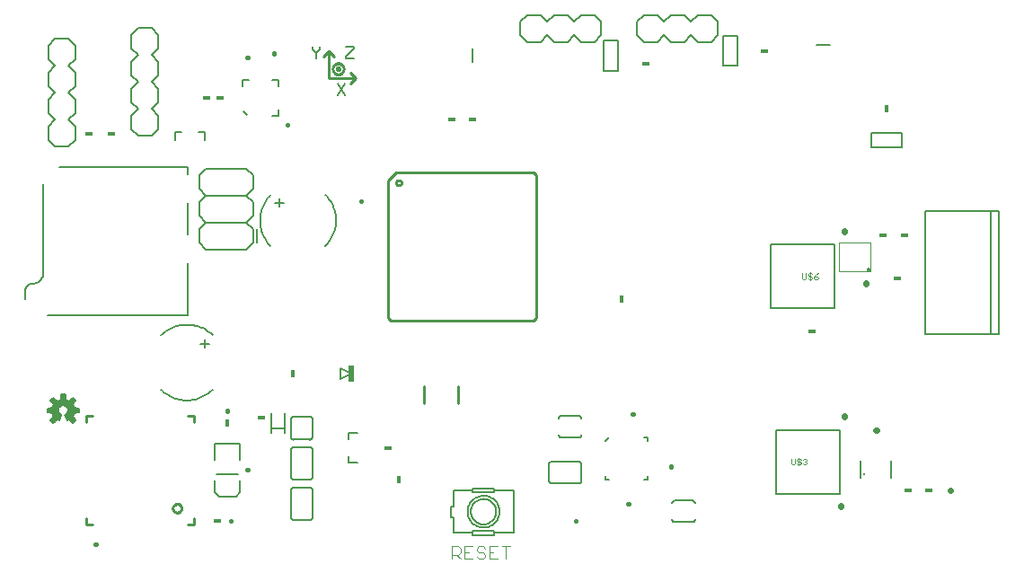
<source format=gto>
G75*
G70*
%OFA0B0*%
%FSLAX24Y24*%
%IPPOS*%
%LPD*%
%AMOC8*
5,1,8,0,0,1.08239X$1,22.5*
%
%ADD10C,0.0100*%
%ADD11C,0.0080*%
%ADD12C,0.0160*%
%ADD13C,0.0060*%
%ADD14R,0.0300X0.0180*%
%ADD15R,0.0280X0.0160*%
%ADD16C,0.0050*%
%ADD17R,0.0160X0.0280*%
%ADD18C,0.0059*%
%ADD19C,0.0087*%
%ADD20C,0.0040*%
%ADD21R,0.0240X0.0620*%
%ADD22C,0.0020*%
%ADD23C,0.0079*%
%ADD24C,0.0220*%
%ADD25R,0.0180X0.0300*%
%ADD26C,0.0020*%
D10*
X004506Y001654D02*
X004742Y001654D01*
X004506Y001654D02*
X004506Y001890D01*
X007730Y002244D02*
X007732Y002269D01*
X007738Y002293D01*
X007747Y002316D01*
X007759Y002337D01*
X007775Y002356D01*
X007794Y002373D01*
X007815Y002386D01*
X007837Y002396D01*
X007861Y002403D01*
X007886Y002406D01*
X007911Y002405D01*
X007935Y002400D01*
X007958Y002392D01*
X007980Y002380D01*
X008000Y002365D01*
X008017Y002347D01*
X008031Y002327D01*
X008042Y002305D01*
X008050Y002281D01*
X008054Y002256D01*
X008054Y002232D01*
X008050Y002207D01*
X008042Y002183D01*
X008031Y002161D01*
X008017Y002141D01*
X008000Y002123D01*
X007980Y002108D01*
X007958Y002096D01*
X007935Y002088D01*
X007911Y002083D01*
X007886Y002082D01*
X007861Y002085D01*
X007837Y002092D01*
X007815Y002102D01*
X007794Y002115D01*
X007775Y002132D01*
X007759Y002151D01*
X007747Y002172D01*
X007738Y002195D01*
X007732Y002219D01*
X007730Y002244D01*
X008286Y001654D02*
X008522Y001654D01*
X008522Y001890D01*
X008522Y005433D02*
X008522Y005670D01*
X008286Y005670D01*
X004742Y005670D02*
X004506Y005670D01*
X004506Y005433D01*
X015719Y009304D02*
X015817Y009205D01*
X021132Y009205D01*
X021231Y009304D01*
X021231Y014619D01*
X021132Y014717D01*
X016014Y014717D01*
X015719Y014422D01*
X015719Y009304D01*
X016014Y014323D02*
X016016Y014342D01*
X016021Y014361D01*
X016031Y014377D01*
X016043Y014392D01*
X016058Y014404D01*
X016074Y014414D01*
X016093Y014419D01*
X016112Y014421D01*
X016131Y014419D01*
X016150Y014414D01*
X016166Y014404D01*
X016181Y014392D01*
X016193Y014377D01*
X016203Y014361D01*
X016208Y014342D01*
X016210Y014323D01*
X016208Y014304D01*
X016203Y014285D01*
X016193Y014269D01*
X016181Y014254D01*
X016166Y014242D01*
X016150Y014232D01*
X016131Y014227D01*
X016112Y014225D01*
X016093Y014227D01*
X016074Y014232D01*
X016058Y014242D01*
X016043Y014254D01*
X016031Y014269D01*
X016021Y014285D01*
X016016Y014304D01*
X016014Y014323D01*
X014318Y018004D02*
X014518Y018204D01*
X014318Y018404D01*
X014518Y018204D02*
X013518Y018204D01*
X013518Y019204D01*
X013718Y019004D01*
X013518Y019204D02*
X013318Y019004D01*
X013818Y018554D02*
X013820Y018567D01*
X013825Y018580D01*
X013834Y018591D01*
X013845Y018598D01*
X013858Y018603D01*
X013871Y018604D01*
X013885Y018601D01*
X013897Y018595D01*
X013907Y018586D01*
X013914Y018574D01*
X013918Y018561D01*
X013918Y018547D01*
X013914Y018534D01*
X013907Y018522D01*
X013897Y018513D01*
X013885Y018507D01*
X013871Y018504D01*
X013858Y018505D01*
X013845Y018510D01*
X013834Y018517D01*
X013825Y018528D01*
X013820Y018541D01*
X013818Y018554D01*
X013662Y018554D02*
X013664Y018582D01*
X013670Y018610D01*
X013679Y018636D01*
X013692Y018661D01*
X013708Y018684D01*
X013727Y018705D01*
X013749Y018722D01*
X013773Y018737D01*
X013799Y018748D01*
X013826Y018756D01*
X013854Y018760D01*
X013882Y018760D01*
X013910Y018756D01*
X013937Y018748D01*
X013963Y018737D01*
X013987Y018722D01*
X014009Y018705D01*
X014028Y018684D01*
X014044Y018661D01*
X014057Y018636D01*
X014066Y018610D01*
X014072Y018582D01*
X014074Y018554D01*
X014072Y018526D01*
X014066Y018498D01*
X014057Y018472D01*
X014044Y018447D01*
X014028Y018424D01*
X014009Y018403D01*
X013987Y018386D01*
X013963Y018371D01*
X013937Y018360D01*
X013910Y018352D01*
X013882Y018348D01*
X013854Y018348D01*
X013826Y018352D01*
X013799Y018360D01*
X013773Y018371D01*
X013749Y018386D01*
X013727Y018403D01*
X013708Y018424D01*
X013692Y018447D01*
X013679Y018472D01*
X013670Y018498D01*
X013664Y018526D01*
X013662Y018554D01*
D11*
X014167Y018949D02*
X014448Y018949D01*
X014167Y018949D02*
X014167Y019019D01*
X014448Y019299D01*
X014448Y019369D01*
X014167Y019369D01*
X013189Y019360D02*
X013189Y019290D01*
X013049Y019150D01*
X013049Y018940D01*
X013049Y019150D02*
X012909Y019290D01*
X012909Y019360D01*
X011664Y018142D02*
X011427Y018142D01*
X011664Y018142D02*
X011664Y017906D01*
X010561Y018142D02*
X010325Y018142D01*
X010325Y017906D01*
X011664Y017040D02*
X011664Y016804D01*
X011427Y016804D01*
X010498Y016829D02*
X010351Y016969D01*
X008908Y016213D02*
X008908Y015898D01*
X008908Y016213D02*
X008671Y016213D01*
X008042Y016213D02*
X007805Y016213D01*
X007805Y015898D01*
X007199Y016317D02*
X007199Y016817D01*
X006949Y017067D01*
X007199Y017317D01*
X007199Y017817D01*
X006949Y018067D01*
X007199Y018317D01*
X007199Y018817D01*
X006949Y019067D01*
X007199Y019317D01*
X007199Y019817D01*
X006949Y020067D01*
X006449Y020067D01*
X006199Y019817D01*
X006199Y019317D01*
X006449Y019067D01*
X006199Y018817D01*
X006199Y018317D01*
X006449Y018067D01*
X006199Y017817D01*
X006199Y017317D01*
X006449Y017067D01*
X006199Y016817D01*
X006199Y016317D01*
X006449Y016067D01*
X006949Y016067D01*
X007199Y016317D01*
X008290Y014918D02*
X008290Y014642D01*
X008707Y014605D02*
X008957Y014855D01*
X010457Y014855D01*
X010707Y014605D01*
X010707Y014105D01*
X010457Y013855D01*
X008957Y013855D01*
X008707Y014105D01*
X008707Y014605D01*
X008290Y014918D02*
X003526Y014918D01*
X003359Y015666D02*
X003109Y015916D01*
X003109Y016416D01*
X003359Y016666D01*
X003109Y016916D01*
X003109Y017416D01*
X003359Y017666D01*
X003109Y017916D01*
X003109Y018416D01*
X003359Y018666D01*
X003109Y018916D01*
X003109Y019416D01*
X003359Y019666D01*
X003859Y019666D01*
X004109Y019416D01*
X004109Y018916D01*
X003859Y018666D01*
X004109Y018416D01*
X004109Y017916D01*
X003859Y017666D01*
X004109Y017416D01*
X004109Y016916D01*
X003859Y016666D01*
X004109Y016416D01*
X004109Y015916D01*
X003859Y015666D01*
X003359Y015666D01*
X002935Y014288D02*
X002935Y010981D01*
X002936Y010981D02*
X002933Y010943D01*
X002927Y010905D01*
X002917Y010868D01*
X002903Y010832D01*
X002887Y010797D01*
X002867Y010765D01*
X002844Y010734D01*
X002818Y010705D01*
X002789Y010679D01*
X002758Y010656D01*
X002726Y010636D01*
X002691Y010620D01*
X002655Y010606D01*
X002618Y010596D01*
X002580Y010590D01*
X002542Y010587D01*
X002510Y010588D01*
X002479Y010584D01*
X002448Y010577D01*
X002418Y010566D01*
X002390Y010552D01*
X002364Y010534D01*
X002340Y010513D01*
X002319Y010489D01*
X002301Y010463D01*
X002287Y010435D01*
X002276Y010405D01*
X002269Y010374D01*
X002265Y010343D01*
X002266Y010311D01*
X002266Y009996D01*
X003093Y009406D02*
X008290Y009406D01*
X008290Y011335D01*
X008957Y011855D02*
X008707Y012105D01*
X008707Y012605D01*
X008957Y012855D01*
X010457Y012855D01*
X010707Y013105D01*
X010707Y013605D01*
X010457Y013855D01*
X008957Y013855D02*
X008707Y013605D01*
X008707Y013105D01*
X008957Y012855D01*
X008290Y012398D02*
X008290Y013579D01*
X010457Y012855D02*
X010707Y012605D01*
X010707Y012105D01*
X010457Y011855D01*
X008957Y011855D01*
X010839Y012105D02*
X010839Y012605D01*
X013849Y017586D02*
X014130Y018007D01*
X013849Y018007D02*
X014130Y017586D01*
X018868Y018798D02*
X018868Y019298D01*
X020632Y019806D02*
X020632Y020306D01*
X020882Y020556D01*
X021382Y020556D01*
X021632Y020306D01*
X021882Y020556D01*
X022382Y020556D01*
X022632Y020306D01*
X022882Y020556D01*
X023382Y020556D01*
X023632Y020306D01*
X023632Y019806D01*
X023382Y019556D01*
X022882Y019556D01*
X022632Y019806D01*
X022382Y019556D01*
X021882Y019556D01*
X021632Y019806D01*
X021382Y019556D01*
X020882Y019556D01*
X020632Y019806D01*
X024963Y019806D02*
X024963Y020306D01*
X025213Y020556D01*
X025713Y020556D01*
X025963Y020306D01*
X026213Y020556D01*
X026713Y020556D01*
X026963Y020306D01*
X027213Y020556D01*
X027713Y020556D01*
X027963Y020306D01*
X027963Y019806D01*
X027713Y019556D01*
X027213Y019556D01*
X026963Y019806D01*
X026713Y019556D01*
X026213Y019556D01*
X025963Y019806D01*
X025713Y019556D01*
X025213Y019556D01*
X024963Y019806D01*
X031610Y019441D02*
X032110Y019441D01*
X035640Y013260D02*
X038081Y013260D01*
X038081Y008693D01*
X035640Y008693D01*
X035640Y013260D01*
X038081Y013260D02*
X038396Y013260D01*
X038396Y008693D01*
X038081Y008693D01*
X027012Y002526D02*
X026362Y002526D01*
X026345Y002524D01*
X026328Y002520D01*
X026312Y002513D01*
X026298Y002503D01*
X026285Y002490D01*
X026275Y002476D01*
X026268Y002460D01*
X026264Y002443D01*
X026262Y002426D01*
X027012Y002526D02*
X027029Y002524D01*
X027046Y002520D01*
X027062Y002513D01*
X027076Y002503D01*
X027089Y002490D01*
X027099Y002476D01*
X027106Y002460D01*
X027110Y002443D01*
X027112Y002426D01*
X027112Y001826D02*
X027110Y001809D01*
X027106Y001792D01*
X027099Y001776D01*
X027089Y001762D01*
X027076Y001749D01*
X027062Y001739D01*
X027046Y001732D01*
X027029Y001728D01*
X027012Y001726D01*
X026362Y001726D01*
X026345Y001728D01*
X026328Y001732D01*
X026312Y001739D01*
X026298Y001749D01*
X026285Y001762D01*
X026275Y001776D01*
X026268Y001792D01*
X026264Y001809D01*
X026262Y001826D01*
X025368Y003307D02*
X025368Y003445D01*
X025368Y003307D02*
X025231Y003307D01*
X023931Y003307D02*
X023794Y003307D01*
X023794Y003445D01*
X023794Y004744D02*
X023931Y004882D01*
X022800Y004876D02*
X022150Y004876D01*
X022133Y004878D01*
X022116Y004882D01*
X022100Y004889D01*
X022086Y004899D01*
X022073Y004912D01*
X022063Y004926D01*
X022056Y004942D01*
X022052Y004959D01*
X022050Y004976D01*
X022050Y005576D02*
X022052Y005593D01*
X022056Y005610D01*
X022063Y005626D01*
X022073Y005640D01*
X022086Y005653D01*
X022100Y005663D01*
X022116Y005670D01*
X022133Y005674D01*
X022150Y005676D01*
X022800Y005676D01*
X022817Y005674D01*
X022834Y005670D01*
X022850Y005663D01*
X022864Y005653D01*
X022877Y005640D01*
X022887Y005626D01*
X022894Y005610D01*
X022898Y005593D01*
X022900Y005576D01*
X022900Y004976D02*
X022898Y004959D01*
X022894Y004942D01*
X022887Y004926D01*
X022877Y004912D01*
X022864Y004899D01*
X022850Y004889D01*
X022834Y004882D01*
X022817Y004878D01*
X022800Y004876D01*
X025231Y004882D02*
X025368Y004882D01*
X025368Y004744D01*
X014577Y005032D02*
X014262Y005032D01*
X014262Y004796D01*
X014262Y004166D02*
X014262Y003930D01*
X014577Y003930D01*
X011895Y005057D02*
X011895Y005215D01*
X011383Y005215D01*
X011383Y005766D01*
X011895Y005766D02*
X011895Y005215D01*
X011383Y005215D02*
X011383Y005057D01*
X010236Y004646D02*
X010236Y004056D01*
X009292Y004056D02*
X009292Y004646D01*
X010236Y004646D01*
X010236Y003268D02*
X010236Y002835D01*
X010079Y002678D01*
X009449Y002678D01*
X009292Y002835D01*
X009292Y003268D01*
X013947Y007040D02*
X013947Y007433D01*
X014341Y007237D01*
X013947Y007040D01*
D12*
X009764Y005861D02*
X009764Y005837D01*
X010502Y003662D02*
X010526Y003662D01*
X009901Y001787D02*
X009877Y001787D01*
X004876Y000912D02*
X004852Y000912D01*
X022687Y001764D02*
X022687Y001788D01*
X024628Y002422D02*
X024652Y002422D01*
X026203Y003788D02*
X026203Y003812D01*
X024825Y005748D02*
X024801Y005748D01*
X014727Y013654D02*
X014703Y013654D01*
X011994Y016461D02*
X011994Y016485D01*
X011494Y019111D02*
X011494Y019135D01*
X010506Y018973D02*
X010482Y018973D01*
D13*
X023726Y018488D02*
X023726Y019608D01*
X024246Y019608D01*
X024246Y018488D01*
X023726Y018488D01*
X028156Y018665D02*
X028156Y019785D01*
X028676Y019785D01*
X028676Y018665D01*
X028156Y018665D01*
X033663Y016158D02*
X033663Y015638D01*
X034783Y015638D01*
X034783Y016158D01*
X033663Y016158D01*
X012908Y005539D02*
X012908Y004909D01*
X012909Y004909D02*
X012909Y004890D01*
X012905Y004871D01*
X012899Y004853D01*
X012890Y004837D01*
X012877Y004822D01*
X012863Y004810D01*
X012846Y004800D01*
X012828Y004794D01*
X012810Y004790D01*
X012809Y004791D02*
X012219Y004791D01*
X012219Y004790D02*
X012200Y004794D01*
X012183Y004800D01*
X012166Y004810D01*
X012152Y004822D01*
X012140Y004837D01*
X012130Y004853D01*
X012124Y004871D01*
X012120Y004890D01*
X012120Y004909D01*
X012120Y005539D01*
X012120Y005558D01*
X012124Y005577D01*
X012130Y005595D01*
X012140Y005611D01*
X012152Y005626D01*
X012166Y005638D01*
X012183Y005648D01*
X012200Y005654D01*
X012219Y005658D01*
X012219Y005657D02*
X012809Y005657D01*
X012809Y005658D02*
X012828Y005654D01*
X012845Y005648D01*
X012862Y005638D01*
X012876Y005626D01*
X012888Y005611D01*
X012898Y005595D01*
X012904Y005577D01*
X012908Y005558D01*
X012908Y005539D01*
X012814Y004512D02*
X012214Y004512D01*
X012197Y004510D01*
X012180Y004506D01*
X012164Y004499D01*
X012150Y004489D01*
X012137Y004476D01*
X012127Y004462D01*
X012120Y004446D01*
X012116Y004429D01*
X012114Y004412D01*
X012114Y003412D01*
X012116Y003395D01*
X012120Y003378D01*
X012127Y003362D01*
X012137Y003348D01*
X012150Y003335D01*
X012164Y003325D01*
X012180Y003318D01*
X012197Y003314D01*
X012214Y003312D01*
X012814Y003312D01*
X012831Y003314D01*
X012848Y003318D01*
X012864Y003325D01*
X012878Y003335D01*
X012891Y003348D01*
X012901Y003362D01*
X012908Y003378D01*
X012912Y003395D01*
X012914Y003412D01*
X012914Y004412D01*
X012912Y004429D01*
X012908Y004446D01*
X012901Y004462D01*
X012891Y004476D01*
X012878Y004489D01*
X012864Y004499D01*
X012848Y004506D01*
X012831Y004510D01*
X012814Y004512D01*
X012814Y003012D02*
X012214Y003012D01*
X012197Y003010D01*
X012180Y003006D01*
X012164Y002999D01*
X012150Y002989D01*
X012137Y002976D01*
X012127Y002962D01*
X012120Y002946D01*
X012116Y002929D01*
X012114Y002912D01*
X012114Y001912D01*
X012116Y001895D01*
X012120Y001878D01*
X012127Y001862D01*
X012137Y001848D01*
X012150Y001835D01*
X012164Y001825D01*
X012180Y001818D01*
X012197Y001814D01*
X012214Y001812D01*
X012814Y001812D01*
X012831Y001814D01*
X012848Y001818D01*
X012864Y001825D01*
X012878Y001835D01*
X012891Y001848D01*
X012901Y001862D01*
X012908Y001878D01*
X012912Y001895D01*
X012914Y001912D01*
X012914Y002912D01*
X012912Y002929D01*
X012908Y002946D01*
X012901Y002962D01*
X012891Y002976D01*
X012878Y002989D01*
X012864Y002999D01*
X012848Y003006D01*
X012831Y003010D01*
X012814Y003012D01*
X021694Y003275D02*
X021694Y003875D01*
X021696Y003892D01*
X021700Y003909D01*
X021707Y003925D01*
X021717Y003939D01*
X021730Y003952D01*
X021744Y003962D01*
X021760Y003969D01*
X021777Y003973D01*
X021794Y003975D01*
X022794Y003975D01*
X022811Y003973D01*
X022828Y003969D01*
X022844Y003962D01*
X022858Y003952D01*
X022871Y003939D01*
X022881Y003925D01*
X022888Y003909D01*
X022892Y003892D01*
X022894Y003875D01*
X022894Y003275D01*
X022892Y003258D01*
X022888Y003241D01*
X022881Y003225D01*
X022871Y003211D01*
X022858Y003198D01*
X022844Y003188D01*
X022828Y003181D01*
X022811Y003177D01*
X022794Y003175D01*
X021794Y003175D01*
X021777Y003177D01*
X021760Y003181D01*
X021744Y003188D01*
X021730Y003198D01*
X021717Y003211D01*
X021707Y003225D01*
X021700Y003241D01*
X021696Y003258D01*
X021694Y003275D01*
X033269Y003386D02*
X033269Y004001D01*
X034389Y004001D02*
X034389Y003386D01*
D14*
X035010Y002906D03*
X035797Y002906D03*
X031467Y008811D03*
X034616Y010780D03*
X034892Y012374D03*
X034085Y012374D03*
X025297Y018729D03*
X029687Y019197D03*
X018868Y016685D03*
X018081Y016685D03*
X005443Y016134D03*
X004616Y016134D03*
X015719Y004481D03*
D15*
X011014Y005599D03*
X009389Y001787D03*
X009494Y017473D03*
X008994Y017473D03*
D16*
X011692Y013746D02*
X011692Y013426D01*
X011842Y013586D02*
X011522Y013586D01*
X011352Y013876D02*
X011304Y013821D01*
X011259Y013765D01*
X011216Y013706D01*
X011177Y013645D01*
X011141Y013581D01*
X011109Y013517D01*
X011080Y013450D01*
X011054Y013382D01*
X011032Y013313D01*
X011014Y013243D01*
X010999Y013172D01*
X010988Y013100D01*
X010981Y013028D01*
X010977Y012955D01*
X010978Y012882D01*
X010982Y012810D01*
X010990Y012738D01*
X011002Y012666D01*
X011017Y012595D01*
X011036Y012525D01*
X011059Y012456D01*
X011085Y012389D01*
X011115Y012322D01*
X011148Y012258D01*
X011185Y012195D01*
X011224Y012134D01*
X011267Y012076D01*
X011313Y012020D01*
X011362Y011966D01*
X013382Y011965D02*
X013432Y012015D01*
X013479Y012069D01*
X013523Y012124D01*
X013564Y012182D01*
X013602Y012242D01*
X013636Y012304D01*
X013667Y012368D01*
X013695Y012433D01*
X013720Y012500D01*
X013740Y012568D01*
X013758Y012636D01*
X013771Y012706D01*
X013781Y012776D01*
X013787Y012847D01*
X013789Y012918D01*
X013787Y012989D01*
X013782Y013060D01*
X013773Y013130D01*
X013760Y013200D01*
X013744Y013269D01*
X013724Y013337D01*
X013700Y013404D01*
X013673Y013469D01*
X013643Y013533D01*
X013609Y013596D01*
X013571Y013656D01*
X013531Y013714D01*
X013488Y013770D01*
X013441Y013824D01*
X013392Y013875D01*
X008916Y008512D02*
X008916Y008192D01*
X008756Y008342D02*
X009076Y008342D01*
X009206Y008682D02*
X009151Y008730D01*
X009095Y008775D01*
X009036Y008818D01*
X008975Y008857D01*
X008911Y008893D01*
X008847Y008925D01*
X008780Y008954D01*
X008712Y008980D01*
X008643Y009002D01*
X008573Y009020D01*
X008502Y009035D01*
X008430Y009046D01*
X008358Y009053D01*
X008285Y009057D01*
X008212Y009056D01*
X008140Y009052D01*
X008068Y009044D01*
X007996Y009032D01*
X007925Y009017D01*
X007855Y008998D01*
X007786Y008975D01*
X007719Y008949D01*
X007652Y008919D01*
X007588Y008886D01*
X007525Y008849D01*
X007464Y008810D01*
X007406Y008767D01*
X007350Y008721D01*
X007296Y008672D01*
X007296Y006652D02*
X007346Y006602D01*
X007400Y006555D01*
X007455Y006511D01*
X007513Y006470D01*
X007573Y006432D01*
X007635Y006398D01*
X007699Y006367D01*
X007764Y006339D01*
X007831Y006314D01*
X007899Y006294D01*
X007967Y006276D01*
X008037Y006263D01*
X008107Y006253D01*
X008178Y006247D01*
X008249Y006245D01*
X008320Y006247D01*
X008391Y006252D01*
X008461Y006261D01*
X008531Y006274D01*
X008600Y006290D01*
X008668Y006310D01*
X008735Y006334D01*
X008800Y006361D01*
X008864Y006391D01*
X008927Y006425D01*
X008987Y006463D01*
X009045Y006503D01*
X009101Y006546D01*
X009155Y006593D01*
X009206Y006642D01*
X009364Y003512D02*
X010164Y003512D01*
X018042Y002315D02*
X018042Y001922D01*
X018140Y001922D01*
X018140Y001331D01*
X018868Y001331D01*
X018868Y001252D01*
X019656Y001252D01*
X019656Y001331D01*
X020384Y001331D01*
X020384Y002906D01*
X019656Y002906D01*
X019656Y002985D01*
X018868Y002985D01*
X018868Y002906D01*
X018140Y002906D01*
X018140Y002315D01*
X018042Y002315D01*
X018868Y002827D02*
X018868Y002906D01*
X018868Y002827D02*
X019656Y002827D01*
X019656Y002906D01*
X018790Y002119D02*
X018792Y002162D01*
X018798Y002204D01*
X018808Y002246D01*
X018821Y002287D01*
X018838Y002327D01*
X018859Y002364D01*
X018883Y002400D01*
X018910Y002433D01*
X018940Y002464D01*
X018973Y002492D01*
X019008Y002517D01*
X019045Y002538D01*
X019084Y002556D01*
X019124Y002570D01*
X019166Y002581D01*
X019208Y002588D01*
X019251Y002591D01*
X019294Y002590D01*
X019337Y002585D01*
X019379Y002576D01*
X019420Y002564D01*
X019460Y002548D01*
X019498Y002528D01*
X019534Y002505D01*
X019568Y002478D01*
X019600Y002449D01*
X019628Y002417D01*
X019654Y002382D01*
X019676Y002346D01*
X019695Y002307D01*
X019710Y002267D01*
X019722Y002226D01*
X019730Y002183D01*
X019734Y002140D01*
X019734Y002098D01*
X019730Y002055D01*
X019722Y002012D01*
X019710Y001971D01*
X019695Y001931D01*
X019676Y001892D01*
X019654Y001856D01*
X019628Y001821D01*
X019600Y001789D01*
X019568Y001760D01*
X019534Y001733D01*
X019498Y001710D01*
X019460Y001690D01*
X019420Y001674D01*
X019379Y001662D01*
X019337Y001653D01*
X019294Y001648D01*
X019251Y001647D01*
X019208Y001650D01*
X019166Y001657D01*
X019124Y001668D01*
X019084Y001682D01*
X019045Y001700D01*
X019008Y001721D01*
X018973Y001746D01*
X018940Y001774D01*
X018910Y001805D01*
X018883Y001838D01*
X018859Y001874D01*
X018838Y001911D01*
X018821Y001951D01*
X018808Y001992D01*
X018798Y002034D01*
X018792Y002076D01*
X018790Y002119D01*
X018671Y002119D02*
X018673Y002167D01*
X018679Y002215D01*
X018689Y002262D01*
X018702Y002308D01*
X018720Y002353D01*
X018740Y002397D01*
X018765Y002439D01*
X018793Y002478D01*
X018823Y002515D01*
X018857Y002549D01*
X018894Y002581D01*
X018932Y002610D01*
X018973Y002635D01*
X019016Y002657D01*
X019061Y002675D01*
X019107Y002689D01*
X019154Y002700D01*
X019202Y002707D01*
X019250Y002710D01*
X019298Y002709D01*
X019346Y002704D01*
X019394Y002695D01*
X019440Y002683D01*
X019485Y002666D01*
X019529Y002646D01*
X019571Y002623D01*
X019611Y002596D01*
X019649Y002566D01*
X019684Y002533D01*
X019716Y002497D01*
X019746Y002459D01*
X019772Y002418D01*
X019794Y002375D01*
X019814Y002331D01*
X019829Y002286D01*
X019841Y002239D01*
X019849Y002191D01*
X019853Y002143D01*
X019853Y002095D01*
X019849Y002047D01*
X019841Y001999D01*
X019829Y001952D01*
X019814Y001907D01*
X019794Y001863D01*
X019772Y001820D01*
X019746Y001779D01*
X019716Y001741D01*
X019684Y001705D01*
X019649Y001672D01*
X019611Y001642D01*
X019571Y001615D01*
X019529Y001592D01*
X019485Y001572D01*
X019440Y001555D01*
X019394Y001543D01*
X019346Y001534D01*
X019298Y001529D01*
X019250Y001528D01*
X019202Y001531D01*
X019154Y001538D01*
X019107Y001549D01*
X019061Y001563D01*
X019016Y001581D01*
X018973Y001603D01*
X018932Y001628D01*
X018894Y001657D01*
X018857Y001689D01*
X018823Y001723D01*
X018793Y001760D01*
X018765Y001799D01*
X018740Y001841D01*
X018720Y001885D01*
X018702Y001930D01*
X018689Y001976D01*
X018679Y002023D01*
X018673Y002071D01*
X018671Y002119D01*
X018868Y001410D02*
X018868Y001331D01*
X018868Y001410D02*
X019656Y001410D01*
X019656Y001331D01*
X030109Y002788D02*
X030109Y005150D01*
X032471Y005150D01*
X032471Y002788D01*
X030109Y002788D01*
X029931Y009678D02*
X029931Y012040D01*
X032294Y012040D01*
X032294Y009678D01*
X029931Y009678D01*
X033514Y011115D02*
X033516Y011127D01*
X033521Y011138D01*
X033530Y011147D01*
X033541Y011152D01*
X033553Y011154D01*
X033565Y011152D01*
X033576Y011147D01*
X033585Y011138D01*
X033590Y011127D01*
X033592Y011115D01*
X033590Y011103D01*
X033585Y011092D01*
X033576Y011083D01*
X033565Y011078D01*
X033553Y011076D01*
X033541Y011078D01*
X033530Y011083D01*
X033521Y011092D01*
X033516Y011103D01*
X033514Y011115D01*
D17*
X009764Y005412D03*
D18*
X004252Y005806D02*
X004252Y005950D01*
X004061Y005970D01*
X004041Y006034D01*
X004010Y006094D01*
X004131Y006242D01*
X004029Y006344D01*
X003881Y006223D01*
X003821Y006253D01*
X003757Y006274D01*
X003738Y006464D01*
X003594Y006464D01*
X003574Y006274D01*
X003510Y006253D01*
X003450Y006223D01*
X003302Y006344D01*
X003200Y006242D01*
X003321Y006094D01*
X003290Y006034D01*
X003270Y005970D01*
X003079Y005950D01*
X003079Y005806D01*
X003270Y005787D01*
X003290Y005723D01*
X003321Y005663D01*
X003200Y005515D01*
X003302Y005413D01*
X003450Y005534D01*
X003510Y005503D01*
X003595Y005708D01*
X003557Y005729D01*
X003525Y005758D01*
X003501Y005795D01*
X003486Y005835D01*
X003481Y005878D01*
X003486Y005922D01*
X003502Y005964D01*
X003527Y006000D01*
X003560Y006029D01*
X003599Y006050D01*
X003641Y006061D01*
X003686Y006062D01*
X003729Y006052D01*
X003768Y006032D01*
X003802Y006003D01*
X003827Y005967D01*
X003844Y005926D01*
X003850Y005882D01*
X003846Y005838D01*
X003831Y005797D01*
X003807Y005760D01*
X003775Y005730D01*
X003736Y005708D01*
X003821Y005503D01*
X003881Y005534D01*
X004029Y005413D01*
X004131Y005515D01*
X004010Y005663D01*
X004041Y005723D01*
X004061Y005787D01*
X004252Y005806D01*
X004252Y005848D02*
X003847Y005848D01*
X003847Y005906D02*
X004252Y005906D01*
X004126Y005963D02*
X003829Y005963D01*
X003781Y006021D02*
X004045Y006021D01*
X004018Y006078D02*
X003313Y006078D01*
X003286Y006021D02*
X003550Y006021D01*
X003502Y005963D02*
X003205Y005963D01*
X003079Y005906D02*
X003484Y005906D01*
X003485Y005848D02*
X003079Y005848D01*
X003236Y005790D02*
X003504Y005790D01*
X003553Y005733D02*
X003287Y005733D01*
X003315Y005675D02*
X003581Y005675D01*
X003558Y005618D02*
X003284Y005618D01*
X003237Y005560D02*
X003534Y005560D01*
X003412Y005503D02*
X003212Y005503D01*
X003270Y005445D02*
X003341Y005445D01*
X003774Y005618D02*
X004047Y005618D01*
X004016Y005675D02*
X003750Y005675D01*
X003778Y005733D02*
X004044Y005733D01*
X004095Y005790D02*
X003827Y005790D01*
X003797Y005560D02*
X004094Y005560D01*
X004119Y005503D02*
X003919Y005503D01*
X003990Y005445D02*
X004061Y005445D01*
X004044Y006136D02*
X003287Y006136D01*
X003240Y006193D02*
X004091Y006193D01*
X004122Y006251D02*
X003915Y006251D01*
X003826Y006251D02*
X003505Y006251D01*
X003416Y006251D02*
X003209Y006251D01*
X003267Y006308D02*
X003345Y006308D01*
X003578Y006308D02*
X003753Y006308D01*
X003748Y006366D02*
X003584Y006366D01*
X003589Y006424D02*
X003742Y006424D01*
X003986Y006308D02*
X004064Y006308D01*
D19*
X017057Y006134D02*
X017057Y006764D01*
X018317Y006764D02*
X018317Y006134D01*
D20*
X018331Y000827D02*
X018101Y000827D01*
X018101Y000367D01*
X018101Y000520D02*
X018331Y000520D01*
X018408Y000597D01*
X018408Y000751D01*
X018331Y000827D01*
X018561Y000827D02*
X018561Y000367D01*
X018868Y000367D01*
X019022Y000444D02*
X019098Y000367D01*
X019252Y000367D01*
X019329Y000444D01*
X019329Y000520D01*
X019252Y000597D01*
X019098Y000597D01*
X019022Y000674D01*
X019022Y000751D01*
X019098Y000827D01*
X019252Y000827D01*
X019329Y000751D01*
X019482Y000827D02*
X019482Y000367D01*
X019789Y000367D01*
X019636Y000597D02*
X019482Y000597D01*
X019482Y000827D02*
X019789Y000827D01*
X019943Y000827D02*
X020249Y000827D01*
X020096Y000827D02*
X020096Y000367D01*
X018868Y000827D02*
X018561Y000827D01*
X018561Y000597D02*
X018715Y000597D01*
X018408Y000367D02*
X018254Y000520D01*
D21*
X014364Y007237D03*
D22*
X032451Y011036D02*
X032451Y012099D01*
X033632Y012099D01*
X033632Y011036D01*
X032451Y011036D01*
D23*
X033376Y003496D03*
D24*
X032530Y002347D02*
X032530Y002323D01*
X036573Y002906D02*
X036597Y002906D01*
X033841Y005150D02*
X033817Y005150D01*
X032648Y005650D02*
X032648Y005674D01*
X033455Y010571D02*
X033455Y010595D01*
X032648Y012520D02*
X032648Y012544D01*
D25*
X034223Y017079D03*
X024380Y009993D03*
X016112Y003300D03*
X012175Y007237D03*
D26*
X030670Y004081D02*
X030670Y003897D01*
X030706Y003861D01*
X030780Y003861D01*
X030816Y003897D01*
X030816Y004081D01*
X030891Y004044D02*
X030927Y004081D01*
X031001Y004081D01*
X031037Y004044D01*
X031112Y004044D02*
X031148Y004081D01*
X031222Y004081D01*
X031258Y004044D01*
X031258Y004008D01*
X031222Y003971D01*
X031258Y003934D01*
X031258Y003897D01*
X031222Y003861D01*
X031148Y003861D01*
X031112Y003897D01*
X031037Y003897D02*
X031037Y003934D01*
X031001Y003971D01*
X030927Y003971D01*
X030891Y004008D01*
X030891Y004044D01*
X030964Y004118D02*
X030964Y003824D01*
X030927Y003861D02*
X031001Y003861D01*
X031037Y003897D01*
X030927Y003861D02*
X030891Y003897D01*
X031185Y003971D02*
X031222Y003971D01*
X031384Y010710D02*
X031384Y011004D01*
X031420Y010967D02*
X031347Y010967D01*
X031310Y010930D01*
X031310Y010894D01*
X031347Y010857D01*
X031420Y010857D01*
X031457Y010820D01*
X031457Y010783D01*
X031420Y010747D01*
X031347Y010747D01*
X031310Y010783D01*
X031236Y010783D02*
X031236Y010967D01*
X031089Y010967D02*
X031089Y010783D01*
X031126Y010747D01*
X031199Y010747D01*
X031236Y010783D01*
X031420Y010967D02*
X031457Y010930D01*
X031531Y010857D02*
X031641Y010857D01*
X031678Y010820D01*
X031678Y010783D01*
X031641Y010747D01*
X031568Y010747D01*
X031531Y010783D01*
X031531Y010857D01*
X031605Y010930D01*
X031678Y010967D01*
M02*

</source>
